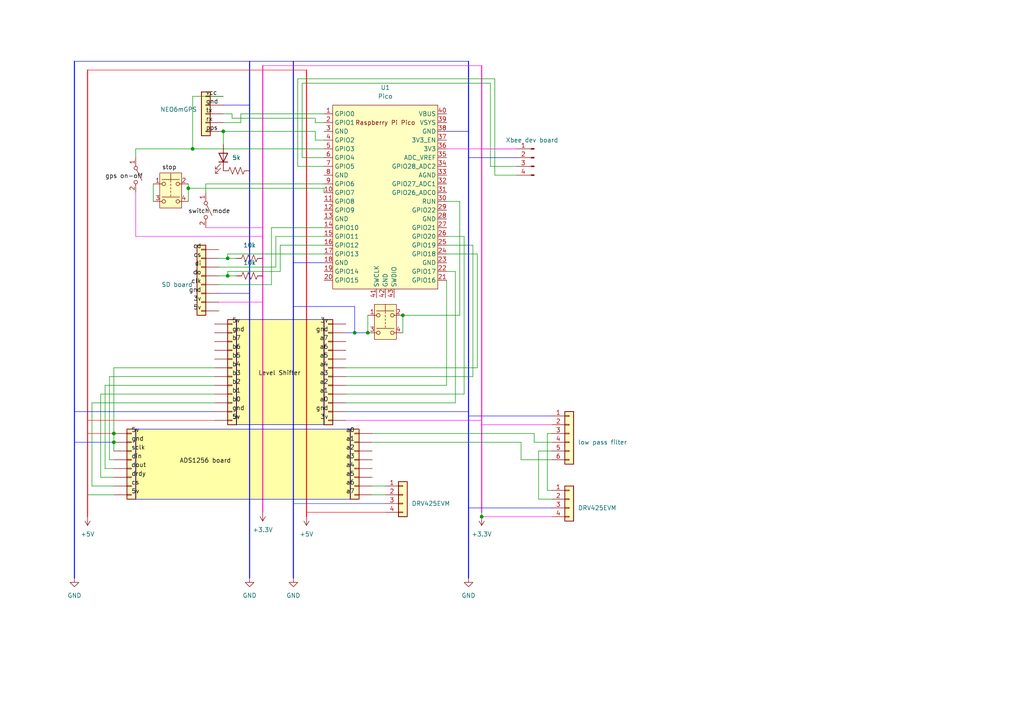
<source format=kicad_sch>
(kicad_sch (version 20231120) (generator "eeschema") (generator_version "8.0")
  (paper "A4")
  (lib_symbols
    (symbol "Conn_01x08_1" (pin_numbers hide) (pin_names (offset 1.016) hide)
      (property "Reference" "J" (at 0 10.16 0))
      (property "Value" "Conn_01x08" (at 0 -12.7 0))
      (symbol "Conn_01x08_1_1_1"
        (rectangle (start -1.27 -10.033) (end 0 -10.287) (stroke (width 0.1524)))
        (rectangle (start -1.27 -7.493) (end 0 -7.747) (stroke (width 0.1524)))
        (rectangle (start -1.27 -4.953) (end 0 -5.207) (stroke (width 0.1524)))
        (rectangle (start -1.27 -2.413) (end 0 -2.667) (stroke (width 0.1524)))
        (rectangle (start -1.27 0.127) (end 0 -0.127) (stroke (width 0.1524)))
        (rectangle (start -1.27 2.667) (end 0 2.413) (stroke (width 0.1524)))
        (rectangle (start -1.27 5.207) (end 0 4.953) (stroke (width 0.1524)))
        (rectangle (start -1.27 7.747) (end 0 7.493) (stroke (width 0.1524)))
        (rectangle (start -1.27 8.89) (end 1.27 -11.43) (stroke (width 0.254)) (fill (type background)))
        (pin passive line (at -5.08 7.62 0) (length 3.81) (name "Pin_1") (number "1"))
        (pin passive line (at -5.08 5.08 0) (length 3.81) (name "Pin_2") (number "2"))
        (pin passive line (at -5.08 2.54 0) (length 3.81) (name "Pin_3") (number "3"))
        (pin passive line (at -5.08 0 0) (length 3.81) (name "Pin_4") (number "4"))
        (pin passive line (at -5.08 -2.54 0) (length 3.81) (name "Pin_5") (number "5"))
        (pin passive line (at -5.08 -5.08 0) (length 3.81) (name "Pin_6") (number "6"))
        (pin passive line (at -5.08 -7.62 0) (length 3.81) (name "Pin_7") (number "7"))
        (pin passive line (at -5.08 -10.16 0) (length 3.81) (name "Pin_8") (number "8"))
      )
    )
    (symbol "Conn_01x12_1" (pin_numbers hide) (pin_names (offset 1.016) hide)
      (property "Reference" "J" (at 0 15.24 0))
      (property "Value" "Conn_01x12" (at 0 -17.78 0))
      (symbol "Conn_01x12_1_1_1"
        (rectangle (start -1.27 -15.113) (end 0 -15.367) (stroke (width 0.1524)))
        (rectangle (start -1.27 -12.573) (end 0 -12.827) (stroke (width 0.1524)))
        (rectangle (start -1.27 -10.033) (end 0 -10.287) (stroke (width 0.1524)))
        (rectangle (start -1.27 -7.493) (end 0 -7.747) (stroke (width 0.1524)))
        (rectangle (start -1.27 -4.953) (end 0 -5.207) (stroke (width 0.1524)))
        (rectangle (start -1.27 -2.413) (end 0 -2.667) (stroke (width 0.1524)))
        (rectangle (start -1.27 0.127) (end 0 -0.127) (stroke (width 0.1524)))
        (rectangle (start -1.27 2.667) (end 0 2.413) (stroke (width 0.1524)))
        (rectangle (start -1.27 5.207) (end 0 4.953) (stroke (width 0.1524)))
        (rectangle (start -1.27 7.747) (end 0 7.493) (stroke (width 0.1524)))
        (rectangle (start -1.27 10.287) (end 0 10.033) (stroke (width 0.1524)))
        (rectangle (start -1.27 12.827) (end 0 12.573) (stroke (width 0.1524)))
        (rectangle (start -1.27 13.97) (end 1.27 -16.51) (stroke (width 0.254)) (fill (type background)))
        (pin passive line (at -5.08 12.7 0) (length 3.81) (name "Pin_1") (number "1"))
        (pin passive line (at -5.08 -10.16 0) (length 3.81) (name "Pin_10") (number "10"))
        (pin passive line (at -5.08 -12.7 0) (length 3.81) (name "Pin_11") (number "11"))
        (pin passive line (at -5.08 -15.24 0) (length 3.81) (name "Pin_12") (number "12"))
        (pin passive line (at -5.08 10.16 0) (length 3.81) (name "Pin_2") (number "2"))
        (pin passive line (at -5.08 7.62 0) (length 3.81) (name "Pin_3") (number "3"))
        (pin passive line (at -5.08 5.08 0) (length 3.81) (name "Pin_4") (number "4"))
        (pin passive line (at -5.08 2.54 0) (length 3.81) (name "Pin_5") (number "5"))
        (pin passive line (at -5.08 0 0) (length 3.81) (name "Pin_6") (number "6"))
        (pin passive line (at -5.08 -2.54 0) (length 3.81) (name "Pin_7") (number "7"))
        (pin passive line (at -5.08 -5.08 0) (length 3.81) (name "Pin_8") (number "8"))
        (pin passive line (at -5.08 -7.62 0) (length 3.81) (name "Pin_9") (number "9"))
      )
    )
    (symbol "Connector:Conn_01x04_Pin" (pin_names (offset 1.016) hide)
      (property "Reference" "J" (at 0 5.08 0))
      (property "Value" "Conn_01x04_Pin" (at 0 -7.62 0))
      (symbol "Conn_01x04_Pin_1_1"
        (polyline (pts (xy 1.27 -5.08) (xy 0.8636 -5.08)) (stroke (width 0.1524)))
        (polyline (pts (xy 1.27 -2.54) (xy 0.8636 -2.54)) (stroke (width 0.1524)))
        (polyline (pts (xy 1.27 0) (xy 0.8636 0)) (stroke (width 0.1524)))
        (polyline (pts (xy 1.27 2.54) (xy 0.8636 2.54)) (stroke (width 0.1524)))
        (rectangle (start 0.8636 -4.953) (end 0 -5.207) (stroke (width 0.1524)) (fill (type outline)))
        (rectangle (start 0.8636 -2.413) (end 0 -2.667) (stroke (width 0.1524)) (fill (type outline)))
        (rectangle (start 0.8636 0.127) (end 0 -0.127) (stroke (width 0.1524)) (fill (type outline)))
        (rectangle (start 0.8636 2.667) (end 0 2.413) (stroke (width 0.1524)) (fill (type outline)))
        (pin passive line (at 5.08 2.54 180) (length 3.81) (name "Pin_1") (number "1"))
        (pin passive line (at 5.08 0 180) (length 3.81) (name "Pin_2") (number "2"))
        (pin passive line (at 5.08 -2.54 180) (length 3.81) (name "Pin_3") (number "3"))
        (pin passive line (at 5.08 -5.08 180) (length 3.81) (name "Pin_4") (number "4"))
      )
    )
    (symbol "Connector_Generic:Conn_01x04" (pin_names (offset 1.016) hide)
      (property "Reference" "J" (at 0 5.08 0))
      (property "Value" "Conn_01x04" (at 0 -7.62 0))
      (symbol "Conn_01x04_1_1"
        (rectangle (start -1.27 -4.953) (end 0 -5.207) (stroke (width 0.1524)))
        (rectangle (start -1.27 -2.413) (end 0 -2.667) (stroke (width 0.1524)))
        (rectangle (start -1.27 0.127) (end 0 -0.127) (stroke (width 0.1524)))
        (rectangle (start -1.27 2.667) (end 0 2.413) (stroke (width 0.1524)))
        (rectangle (start -1.27 3.81) (end 1.27 -6.35) (stroke (width 0.254)) (fill (type background)))
        (pin passive line (at -5.08 2.54 0) (length 3.81) (name "Pin_1") (number "1"))
        (pin passive line (at -5.08 0 0) (length 3.81) (name "Pin_2") (number "2"))
        (pin passive line (at -5.08 -2.54 0) (length 3.81) (name "Pin_3") (number "3"))
        (pin passive line (at -5.08 -5.08 0) (length 3.81) (name "Pin_4") (number "4"))
      )
    )
    (symbol "Connector_Generic:Conn_01x05" (pin_numbers hide) (pin_names (offset 1.016) hide)
      (property "Reference" "J" (at 0 7.62 0))
      (property "Value" "Conn_01x05" (at 0 -7.62 0))
      (symbol "Conn_01x05_1_1"
        (rectangle (start -1.27 -4.953) (end 0 -5.207) (stroke (width 0.1524)))
        (rectangle (start -1.27 -2.413) (end 0 -2.667) (stroke (width 0.1524)))
        (rectangle (start -1.27 0.127) (end 0 -0.127) (stroke (width 0.1524)))
        (rectangle (start -1.27 2.667) (end 0 2.413) (stroke (width 0.1524)))
        (rectangle (start -1.27 5.207) (end 0 4.953) (stroke (width 0.1524)))
        (rectangle (start -1.27 6.35) (end 1.27 -6.35) (stroke (width 0.254)) (fill (type background)))
        (pin passive line (at -5.08 5.08 0) (length 3.81) (name "Pin_1") (number "1"))
        (pin passive line (at -5.08 2.54 0) (length 3.81) (name "Pin_2") (number "2"))
        (pin passive line (at -5.08 0 0) (length 3.81) (name "Pin_3") (number "3"))
        (pin passive line (at -5.08 -2.54 0) (length 3.81) (name "Pin_4") (number "4"))
        (pin passive line (at -5.08 -5.08 0) (length 3.81) (name "Pin_5") (number "5"))
      )
    )
    (symbol "Connector_Generic:Conn_01x06" (pin_names (offset 1.016) hide)
      (property "Reference" "J" (at 0 7.62 0))
      (property "Value" "Conn_01x06" (at 0 -10.16 0))
      (symbol "Conn_01x06_1_1"
        (rectangle (start -1.27 -7.493) (end 0 -7.747) (stroke (width 0.1524)))
        (rectangle (start -1.27 -4.953) (end 0 -5.207) (stroke (width 0.1524)))
        (rectangle (start -1.27 -2.413) (end 0 -2.667) (stroke (width 0.1524)))
        (rectangle (start -1.27 0.127) (end 0 -0.127) (stroke (width 0.1524)))
        (rectangle (start -1.27 2.667) (end 0 2.413) (stroke (width 0.1524)))
        (rectangle (start -1.27 5.207) (end 0 4.953) (stroke (width 0.1524)))
        (rectangle (start -1.27 6.35) (end 1.27 -8.89) (stroke (width 0.254)) (fill (type background)))
        (pin passive line (at -5.08 5.08 0) (length 3.81) (name "Pin_1") (number "1"))
        (pin passive line (at -5.08 2.54 0) (length 3.81) (name "Pin_2") (number "2"))
        (pin passive line (at -5.08 0 0) (length 3.81) (name "Pin_3") (number "3"))
        (pin passive line (at -5.08 -2.54 0) (length 3.81) (name "Pin_4") (number "4"))
        (pin passive line (at -5.08 -5.08 0) (length 3.81) (name "Pin_5") (number "5"))
        (pin passive line (at -5.08 -7.62 0) (length 3.81) (name "Pin_6") (number "6"))
      )
    )
    (symbol "Connector_Generic:Conn_01x08" (pin_numbers hide) (pin_names (offset 1.016) hide)
      (property "Reference" "J" (at 0 10.16 0))
      (property "Value" "Conn_01x08" (at 0 -12.7 0))
      (symbol "Conn_01x08_1_1"
        (rectangle (start -1.27 -10.033) (end 0 -10.287) (stroke (width 0.1524)))
        (rectangle (start -1.27 -7.493) (end 0 -7.747) (stroke (width 0.1524)))
        (rectangle (start -1.27 -4.953) (end 0 -5.207) (stroke (width 0.1524)))
        (rectangle (start -1.27 -2.413) (end 0 -2.667) (stroke (width 0.1524)))
        (rectangle (start -1.27 0.127) (end 0 -0.127) (stroke (width 0.1524)))
        (rectangle (start -1.27 2.667) (end 0 2.413) (stroke (width 0.1524)))
        (rectangle (start -1.27 5.207) (end 0 4.953) (stroke (width 0.1524)))
        (rectangle (start -1.27 7.747) (end 0 7.493) (stroke (width 0.1524)))
        (rectangle (start -1.27 8.89) (end 1.27 -11.43) (stroke (width 0.254)) (fill (type background)))
        (pin passive line (at -5.08 7.62 0) (length 3.81) (name "Pin_1") (number "1"))
        (pin passive line (at -5.08 5.08 0) (length 3.81) (name "Pin_2") (number "2"))
        (pin passive line (at -5.08 2.54 0) (length 3.81) (name "Pin_3") (number "3"))
        (pin passive line (at -5.08 0 0) (length 3.81) (name "Pin_4") (number "4"))
        (pin passive line (at -5.08 -2.54 0) (length 3.81) (name "Pin_5") (number "5"))
        (pin passive line (at -5.08 -5.08 0) (length 3.81) (name "Pin_6") (number "6"))
        (pin passive line (at -5.08 -7.62 0) (length 3.81) (name "Pin_7") (number "7"))
        (pin passive line (at -5.08 -10.16 0) (length 3.81) (name "Pin_8") (number "8"))
      )
    )
    (symbol "Connector_Generic:Conn_01x12" (pin_numbers hide) (pin_names (offset 1.016) hide)
      (property "Reference" "J" (at 0 15.24 0))
      (property "Value" "Conn_01x12" (at 0 -17.78 0))
      (symbol "Conn_01x12_1_1"
        (rectangle (start -1.27 -15.113) (end 0 -15.367) (stroke (width 0.1524)))
        (rectangle (start -1.27 -12.573) (end 0 -12.827) (stroke (width 0.1524)))
        (rectangle (start -1.27 -10.033) (end 0 -10.287) (stroke (width 0.1524)))
        (rectangle (start -1.27 -7.493) (end 0 -7.747) (stroke (width 0.1524)))
        (rectangle (start -1.27 -4.953) (end 0 -5.207) (stroke (width 0.1524)))
        (rectangle (start -1.27 -2.413) (end 0 -2.667) (stroke (width 0.1524)))
        (rectangle (start -1.27 0.127) (end 0 -0.127) (stroke (width 0.1524)))
        (rectangle (start -1.27 2.667) (end 0 2.413) (stroke (width 0.1524)))
        (rectangle (start -1.27 5.207) (end 0 4.953) (stroke (width 0.1524)))
        (rectangle (start -1.27 7.747) (end 0 7.493) (stroke (width 0.1524)))
        (rectangle (start -1.27 10.287) (end 0 10.033) (stroke (width 0.1524)))
        (rectangle (start -1.27 12.827) (end 0 12.573) (stroke (width 0.1524)))
        (rectangle (start -1.27 13.97) (end 1.27 -16.51) (stroke (width 0.254)) (fill (type background)))
        (pin passive line (at -5.08 12.7 0) (length 3.81) (name "Pin_1") (number "1"))
        (pin passive line (at -5.08 -10.16 0) (length 3.81) (name "Pin_10") (number "10"))
        (pin passive line (at -5.08 -12.7 0) (length 3.81) (name "Pin_11") (number "11"))
        (pin passive line (at -5.08 -15.24 0) (length 3.81) (name "Pin_12") (number "12"))
        (pin passive line (at -5.08 10.16 0) (length 3.81) (name "Pin_2") (number "2"))
        (pin passive line (at -5.08 7.62 0) (length 3.81) (name "Pin_3") (number "3"))
        (pin passive line (at -5.08 5.08 0) (length 3.81) (name "Pin_4") (number "4"))
        (pin passive line (at -5.08 2.54 0) (length 3.81) (name "Pin_5") (number "5"))
        (pin passive line (at -5.08 0 0) (length 3.81) (name "Pin_6") (number "6"))
        (pin passive line (at -5.08 -2.54 0) (length 3.81) (name "Pin_7") (number "7"))
        (pin passive line (at -5.08 -5.08 0) (length 3.81) (name "Pin_8") (number "8"))
        (pin passive line (at -5.08 -7.62 0) (length 3.81) (name "Pin_9") (number "9"))
      )
    )
    (symbol "Device:LED" (pin_numbers hide) (pin_names (offset 1.016) hide)
      (property "Reference" "D" (at 0 2.54 0))
      (property "Value" "LED" (at 0 -2.54 0))
      (symbol "LED_0_1"
        (polyline (pts (xy -1.27 -1.27) (xy -1.27 1.27)) (stroke (width 0.254)))
        (polyline (pts (xy -1.27 0) (xy 1.27 0)))
        (polyline (pts (xy 1.27 -1.27) (xy 1.27 1.27) (xy -1.27 0) (xy 1.27 -1.27)) (stroke (width 0.254)))
        (polyline (pts (xy -3.048 -0.762) (xy -4.572 -2.286) (xy -3.81 -2.286) (xy -4.572 -2.286) (xy -4.572 -1.524)))
        (polyline (pts (xy -1.778 -0.762) (xy -3.302 -2.286) (xy -2.54 -2.286) (xy -3.302 -2.286) (xy -3.302 -1.524)))
      )
      (symbol "LED_1_1"
        (pin passive line (at -3.81 0 0) (length 2.54) (name "K") (number "1"))
        (pin passive line (at 3.81 0 180) (length 2.54) (name "A") (number "2"))
      )
    )
    (symbol "Device:R_US" (pin_numbers hide) (pin_names (offset 0))
      (property "Reference" "R" (at 2.54 0 90))
      (property "Value" "R_US" (at -2.54 0 90))
      (symbol "R_US_0_1"
        (polyline (pts (xy 0 -2.286) (xy 0 -2.54)))
        (polyline (pts (xy 0 2.286) (xy 0 2.54)))
        (polyline (pts (xy 0 -0.762) (xy 1.016 -1.143) (xy 0 -1.524) (xy -1.016 -1.905) (xy 0 -2.286)))
        (polyline (pts (xy 0 0.762) (xy 1.016 0.381) (xy 0 0) (xy -1.016 -0.381) (xy 0 -0.762)))
        (polyline (pts (xy 0 2.286) (xy 1.016 1.905) (xy 0 1.524) (xy -1.016 1.143) (xy 0 0.762)))
      )
      (symbol "R_US_1_1"
        (pin passive line (at 0 3.81 270) (length 1.27) (name "~") (number "1"))
        (pin passive line (at 0 -3.81 90) (length 1.27) (name "~") (number "2"))
      )
    )
    (symbol "Switch:SW_DPST_x2" (pin_names (offset 0) hide)
      (property "Reference" "SW" (at 0 3.175 0))
      (property "Value" "SW_DPST_x2" (at 0 -2.54 0))
      (symbol "SW_DPST_x2_0_0"
        (circle (center -2.032 0) (radius 0.508))
        (polyline (pts (xy -1.524 0.254) (xy 1.524 1.778)))
        (circle (center 2.032 0) (radius 0.508))
      )
      (symbol "SW_DPST_x2_1_1"
        (pin passive line (at -5.08 0 0) (length 2.54) (name "A") (number "1"))
        (pin passive line (at 5.08 0 180) (length 2.54) (name "B") (number "2"))
      )
      (symbol "SW_DPST_x2_2_1"
        (pin passive line (at -5.08 0 0) (length 2.54) (name "A") (number "3"))
        (pin passive line (at 5.08 0 180) (length 2.54) (name "B") (number "4"))
      )
    )
    (symbol "Switch:SW_Push_Dual" (pin_names (offset 1.016) hide)
      (property "Reference" "SW" (at 0 7.62 0))
      (property "Value" "SW_Push_Dual" (at 0 -6.35 0))
      (symbol "SW_Push_Dual_0_1"
        (circle (center -2.032 -2.54) (radius 0.508))
        (circle (center -2.032 2.54) (radius 0.508))
        (polyline (pts (xy 0 -0.508) (xy 0 -1.016)))
        (polyline (pts (xy 0 0.508) (xy 0 0)))
        (polyline (pts (xy 0 1.016) (xy 0 1.524)))
        (polyline (pts (xy 0 2.032) (xy 0 2.54)))
        (polyline (pts (xy 0 3.048) (xy 0 3.556)))
        (polyline (pts (xy 0 3.81) (xy 0 5.588)))
        (polyline (pts (xy 2.54 -1.27) (xy -2.54 -1.27)))
        (polyline (pts (xy 2.54 3.81) (xy -2.54 3.81)))
        (circle (center 2.032 -2.54) (radius 0.508))
        (circle (center 2.032 2.54) (radius 0.508))
        (pin passive line (at -5.08 2.54 0) (length 2.54) (name "1") (number "1"))
        (pin passive line (at 5.08 2.54 180) (length 2.54) (name "2") (number "2"))
        (pin passive line (at -5.08 -2.54 0) (length 2.54) (name "3") (number "3"))
        (pin passive line (at 5.08 -2.54 180) (length 2.54) (name "4") (number "4"))
      )
      (symbol "SW_Push_Dual_1_1"
        (rectangle (start -3.175 5.715) (end 3.175 -4.445) (fill (type background)))
      )
    )
    (symbol "pico:Pico"
      (property "Reference" "U" (at -13.97 27.94 0))
      (property "Value" "Pico" (at 0 19.05 0))
      (symbol "Pico_0_0"
        (text "Raspberry Pi Pico" (at 0 21.59 0) (effects (font (size 1.27 1.27))))
      )
      (symbol "Pico_0_1"
        (rectangle (start -15.24 26.67) (end 15.24 -26.67) (fill (type background)))
      )
      (symbol "Pico_1_1"
        (pin bidirectional line (at -17.78 24.13 0) (length 2.54) (name "GPIO0") (number "1"))
        (pin bidirectional line (at -17.78 1.27 0) (length 2.54) (name "GPIO7") (number "10"))
        (pin bidirectional line (at -17.78 -1.27 0) (length 2.54) (name "GPIO8") (number "11"))
        (pin bidirectional line (at -17.78 -3.81 0) (length 2.54) (name "GPIO9") (number "12"))
        (pin power_in line (at -17.78 -6.35 0) (length 2.54) (name "GND") (number "13"))
        (pin bidirectional line (at -17.78 -8.89 0) (length 2.54) (name "GPIO10") (number "14"))
        (pin bidirectional line (at -17.78 -11.43 0) (length 2.54) (name "GPIO11") (number "15"))
        (pin bidirectional line (at -17.78 -13.97 0) (length 2.54) (name "GPIO12") (number "16"))
        (pin bidirectional line (at -17.78 -16.51 0) (length 2.54) (name "GPIO13") (number "17"))
        (pin power_in line (at -17.78 -19.05 0) (length 2.54) (name "GND") (number "18"))
        (pin bidirectional line (at -17.78 -21.59 0) (length 2.54) (name "GPIO14") (number "19"))
        (pin bidirectional line (at -17.78 21.59 0) (length 2.54) (name "GPIO1") (number "2"))
        (pin bidirectional line (at -17.78 -24.13 0) (length 2.54) (name "GPIO15") (number "20"))
        (pin bidirectional line (at 17.78 -24.13 180) (length 2.54) (name "GPIO16") (number "21"))
        (pin bidirectional line (at 17.78 -21.59 180) (length 2.54) (name "GPIO17") (number "22"))
        (pin power_in line (at 17.78 -19.05 180) (length 2.54) (name "GND") (number "23"))
        (pin bidirectional line (at 17.78 -16.51 180) (length 2.54) (name "GPIO18") (number "24"))
        (pin bidirectional line (at 17.78 -13.97 180) (length 2.54) (name "GPIO19") (number "25"))
        (pin bidirectional line (at 17.78 -11.43 180) (length 2.54) (name "GPIO20") (number "26"))
        (pin bidirectional line (at 17.78 -8.89 180) (length 2.54) (name "GPIO21") (number "27"))
        (pin power_in line (at 17.78 -6.35 180) (length 2.54) (name "GND") (number "28"))
        (pin bidirectional line (at 17.78 -3.81 180) (length 2.54) (name "GPIO22") (number "29"))
        (pin power_in line (at -17.78 19.05 0) (length 2.54) (name "GND") (number "3"))
        (pin input line (at 17.78 -1.27 180) (length 2.54) (name "RUN") (number "30"))
        (pin bidirectional line (at 17.78 1.27 180) (length 2.54) (name "GPIO26_ADC0") (number "31"))
        (pin bidirectional line (at 17.78 3.81 180) (length 2.54) (name "GPIO27_ADC1") (number "32"))
        (pin power_in line (at 17.78 6.35 180) (length 2.54) (name "AGND") (number "33"))
        (pin bidirectional line (at 17.78 8.89 180) (length 2.54) (name "GPIO28_ADC2") (number "34"))
        (pin power_in line (at 17.78 11.43 180) (length 2.54) (name "ADC_VREF") (number "35"))
        (pin power_in line (at 17.78 13.97 180) (length 2.54) (name "3V3") (number "36"))
        (pin input line (at 17.78 16.51 180) (length 2.54) (name "3V3_EN") (number "37"))
        (pin bidirectional line (at 17.78 19.05 180) (length 2.54) (name "GND") (number "38"))
        (pin power_in line (at 17.78 21.59 180) (length 2.54) (name "VSYS") (number "39"))
        (pin bidirectional line (at -17.78 16.51 0) (length 2.54) (name "GPIO2") (number "4"))
        (pin power_in line (at 17.78 24.13 180) (length 2.54) (name "VBUS") (number "40"))
        (pin input line (at -2.54 -29.21 90) (length 2.54) (name "SWCLK") (number "41"))
        (pin power_in line (at 0 -29.21 90) (length 2.54) (name "GND") (number "42"))
        (pin bidirectional line (at 2.54 -29.21 90) (length 2.54) (name "SWDIO") (number "43"))
        (pin bidirectional line (at -17.78 13.97 0) (length 2.54) (name "GPIO3") (number "5"))
        (pin bidirectional line (at -17.78 11.43 0) (length 2.54) (name "GPIO4") (number "6"))
        (pin bidirectional line (at -17.78 8.89 0) (length 2.54) (name "GPIO5") (number "7"))
        (pin power_in line (at -17.78 6.35 0) (length 2.54) (name "GND") (number "8"))
        (pin bidirectional line (at -17.78 3.81 0) (length 2.54) (name "GPIO6") (number "9"))
      )
    )
    (symbol "power:+5V" (power) (pin_numbers hide) (pin_names (offset 0) hide)
      (property "Value" "+5V" (at 0 3.556 0))
      (symbol "+5V_0_1"
        (polyline (pts (xy -0.762 1.27) (xy 0 2.54)))
        (polyline (pts (xy 0 0) (xy 0 2.54)))
        (polyline (pts (xy 0 2.54) (xy 0.762 1.27)))
      )
      (symbol "+5V_1_1"
        (pin power_in line (at 0 0 90) (length 0) (name "~") (number "1"))
      )
    )
    (symbol "power:GND" (power) (pin_numbers hide) (pin_names (offset 0) hide)
      (property "Value" "GND" (at 0 -3.81 0))
      (symbol "GND_0_1"
        (polyline (pts (xy 0 0) (xy 0 -1.27) (xy 1.27 -1.27) (xy 0 -2.54) (xy -1.27 -1.27) (xy 0 -1.27)))
      )
      (symbol "GND_1_1"
        (pin power_in line (at 0 0 270) (length 0) (name "~") (number "1"))
      )
    )
  )
  (junction (at 55.88 43.18))
  (junction (at 64.77 38.1))
  (junction (at 54.61 54.61))
  (junction (at 106.68 96.52))
  (junction (at 66.04 80.01))
  (junction (at 139.7 149.86))
  (junction (at 102.87 96.52))
  (junction (at 33.02 128.27))
  (junction (at 116.84 91.44))
  (junction (at 66.04 74.93))
  (junction (at 33.02 125.73))
  (wire (pts (xy 63.5 87.63) (xy 76.2 87.63)) (stroke (width 0) (color 255 22 236 1)))
  (wire (pts (xy 69.85 33.02) (xy 93.98 33.02)))
  (wire (pts (xy 25.4 143.51) (xy 33.02 143.51)))
  (wire (pts (xy 55.88 43.18) (xy 55.88 27.94)))
  (wire (pts (xy 86.36 48.26) (xy 93.98 48.26)))
  (wire (pts (xy 100.33 96.52) (xy 102.87 96.52)) (stroke (width 0) (color 14 20 255 1)))
  (wire (pts (xy 25.4 121.92) (xy 62.23 121.92)) (stroke (width 0) (color 255 24 31 1)))
  (wire (pts (xy 91.44 40.64) (xy 93.98 40.64)))
  (wire (pts (xy 33.02 106.68) (xy 62.23 106.68)))
  (wire (pts (xy 132.08 116.84) (xy 132.08 78.74)))
  (wire (pts (xy 85.09 146.05) (xy 111.76 146.05)) (stroke (width 0) (color 18 52 255 1)))
  (wire (pts (xy 135.89 120.65) (xy 160.02 120.65)) (stroke (width 0) (color 28 19 255 1)))
  (wire (pts (xy 21.59 17.78) (xy 135.89 17.78)) (stroke (width 0) (color 23 17 255 1)))
  (wire (pts (xy 39.37 68.58) (xy 76.2 68.58)) (stroke (width 0) (color 255 11 244 1)))
  (wire (pts (xy 64.77 30.48) (xy 72.39 30.48)) (stroke (width 0) (color 12 14 255 1)))
  (wire (pts (xy 154.94 128.27) (xy 160.02 128.27)))
  (wire (pts (xy 78.74 66.04) (xy 93.98 66.04)))
  (wire (pts (xy 138.43 73.66) (xy 138.43 106.68)))
  (wire (pts (xy 31.75 133.35) (xy 31.75 109.22)))
  (wire (pts (xy 137.16 109.22) (xy 137.16 71.12)))
  (wire (pts (xy 39.37 55.88) (xy 39.37 68.58)) (stroke (width 0) (color 255 11 255 1)))
  (wire (pts (xy 142.24 24.13) (xy 87.63 24.13)))
  (wire (pts (xy 91.44 35.56) (xy 93.98 35.56)))
  (bus (pts (xy 21.59 17.78) (xy 21.59 167.64)) (stroke (width 0) (color 15 20 255 1)))
  (bus (pts (xy 135.89 17.78) (xy 135.89 167.64)) (stroke (width 0) (color 15 20 255 1)))
  (wire (pts (xy 133.35 58.42) (xy 133.35 91.44)))
  (wire (pts (xy 66.04 80.01) (xy 66.04 78.74)))
  (wire (pts (xy 139.7 148.59) (xy 139.7 149.86)))
  (wire (pts (xy 134.62 68.58) (xy 129.54 68.58)))
  (wire (pts (xy 133.35 91.44) (xy 116.84 91.44)))
  (bus (pts (xy 72.39 17.78) (xy 72.39 167.64)) (stroke (width 0) (color 15 20 255 1)))
  (wire (pts (xy 158.75 125.73) (xy 160.02 125.73)))
  (wire (pts (xy 151.13 128.27) (xy 151.13 133.35)))
  (wire (pts (xy 142.24 48.26) (xy 142.24 24.13)))
  (wire (pts (xy 30.48 135.89) (xy 30.48 111.76)))
  (wire (pts (xy 143.51 22.86) (xy 86.36 22.86)))
  (wire (pts (xy 129.54 38.1) (xy 135.89 38.1)) (stroke (width 0) (color 2 6 255 1)))
  (wire (pts (xy 93.98 54.61) (xy 93.98 55.88)))
  (wire (pts (xy 91.44 38.1) (xy 91.44 40.64)))
  (bus (pts (xy 85.09 17.78) (xy 85.09 167.64)) (stroke (width 0) (color 15 20 255 1)))
  (wire (pts (xy 63.5 85.09) (xy 72.39 85.09)) (stroke (width 0) (color 31 30 255 1)))
  (wire (pts (xy 86.36 22.86) (xy 86.36 48.26)))
  (wire (pts (xy 87.63 24.13) (xy 87.63 45.72)))
  (wire (pts (xy 26.67 116.84) (xy 62.23 116.84)))
  (wire (pts (xy 80.01 68.58) (xy 80.01 77.47)))
  (wire (pts (xy 132.08 78.74) (xy 129.54 78.74)))
  (wire (pts (xy 55.88 27.94) (xy 64.77 27.94)))
  (wire (pts (xy 156.21 144.78) (xy 156.21 130.81)))
  (wire (pts (xy 154.94 125.73) (xy 154.94 128.27)))
  (wire (pts (xy 107.95 128.27) (xy 151.13 128.27)))
  (wire (pts (xy 33.02 138.43) (xy 29.21 138.43)))
  (wire (pts (xy 107.95 140.97) (xy 111.76 140.97)))
  (wire (pts (xy 81.28 71.12) (xy 81.28 78.74)))
  (wire (pts (xy 143.51 50.8) (xy 143.51 22.86)))
  (wire (pts (xy 93.98 68.58) (xy 80.01 68.58)))
  (wire (pts (xy 134.62 114.3) (xy 134.62 68.58)))
  (wire (pts (xy 135.89 45.72) (xy 149.86 45.72)) (stroke (width 0) (color 11 15 255 1)))
  (wire (pts (xy 54.61 54.61) (xy 54.61 58.42)))
  (wire (pts (xy 107.95 143.51) (xy 111.76 143.51)))
  (wire (pts (xy 21.59 119.38) (xy 62.23 119.38)) (stroke (width 0) (color 20 10 255 1)))
  (wire (pts (xy 29.21 138.43) (xy 29.21 114.3)))
  (wire (pts (xy 102.87 96.52) (xy 102.87 88.9)) (stroke (width 0) (color 14 20 255 1)))
  (wire (pts (xy 81.28 71.12) (xy 93.98 71.12)))
  (wire (pts (xy 156.21 130.81) (xy 160.02 130.81)))
  (wire (pts (xy 59.69 55.88) (xy 59.69 53.34)))
  (bus (pts (xy 88.9 20.32) (xy 88.9 149.86)) (stroke (width 0) (color 255 18 27 1)))
  (wire (pts (xy 100.33 111.76) (xy 129.54 111.76)))
  (wire (pts (xy 67.31 33.02) (xy 67.31 34.29)))
  (wire (pts (xy 68.58 74.93) (xy 66.04 74.93)))
  (wire (pts (xy 135.89 147.32) (xy 160.02 147.32)) (stroke (width 0) (color 17 22 255 1)))
  (wire (pts (xy 64.77 33.02) (xy 67.31 33.02)))
  (wire (pts (xy 102.87 96.52) (xy 106.68 96.52)) (stroke (width 0) (color 14 20 255 1)))
  (wire (pts (xy 26.67 140.97) (xy 26.67 116.84)))
  (wire (pts (xy 54.61 53.34) (xy 54.61 54.61)))
  (wire (pts (xy 149.86 50.8) (xy 143.51 50.8)))
  (wire (pts (xy 59.69 53.34) (xy 93.98 53.34)))
  (wire (pts (xy 160.02 144.78) (xy 156.21 144.78)))
  (wire (pts (xy 85.09 88.9) (xy 102.87 88.9)) (stroke (width 0) (color 14 20 255 1)))
  (wire (pts (xy 85.09 76.2) (xy 93.98 76.2)) (stroke (width 0) (color 12 18 255 1)))
  (wire (pts (xy 158.75 142.24) (xy 158.75 125.73)))
  (wire (pts (xy 66.04 80.01) (xy 68.58 80.01)))
  (bus (pts (xy 25.4 20.32) (xy 25.4 149.86)) (stroke (width 0) (color 255 18 27 1)))
  (wire (pts (xy 129.54 43.18) (xy 149.86 43.18)) (stroke (width 0) (color 255 21 213 1)))
  (wire (pts (xy 76.2 19.05) (xy 139.7 19.05)) (stroke (width 0) (color 255 31 203 1)))
  (wire (pts (xy 33.02 128.27) (xy 33.02 125.73)))
  (wire (pts (xy 100.33 114.3) (xy 134.62 114.3)))
  (wire (pts (xy 25.4 20.32) (xy 88.9 20.32)) (stroke (width 0) (color 255 18 31 1)))
  (wire (pts (xy 67.31 34.29) (xy 91.44 34.29)))
  (wire (pts (xy 129.54 111.76) (xy 129.54 81.28)))
  (wire (pts (xy 149.86 48.26) (xy 142.24 48.26)))
  (wire (pts (xy 54.61 54.61) (xy 93.98 54.61)))
  (bus (pts (xy 139.7 19.05) (xy 139.7 148.59)) (stroke (width 0) (color 255 17 194 1)))
  (wire (pts (xy 39.37 45.72) (xy 39.37 43.18)))
  (wire (pts (xy 63.5 74.93) (xy 66.04 74.93)))
  (wire (pts (xy 66.04 74.93) (xy 66.04 73.66)))
  (wire (pts (xy 33.02 133.35) (xy 31.75 133.35)))
  (wire (pts (xy 151.13 133.35) (xy 160.02 133.35)))
  (wire (pts (xy 59.69 66.04) (xy 76.2 66.04)) (stroke (width 0) (color 250 28 255 1)))
  (wire (pts (xy 91.44 34.29) (xy 91.44 35.56)))
  (wire (pts (xy 33.02 135.89) (xy 30.48 135.89)))
  (wire (pts (xy 64.77 38.1) (xy 91.44 38.1)))
  (wire (pts (xy 64.77 41.91) (xy 64.77 38.1)))
  (wire (pts (xy 44.45 53.34) (xy 44.45 58.42)))
  (wire (pts (xy 80.01 77.47) (xy 63.5 77.47)))
  (wire (pts (xy 63.5 82.55) (xy 78.74 82.55)))
  (wire (pts (xy 88.9 148.59) (xy 111.76 148.59)) (stroke (width 0) (color 255 14 18 1)))
  (wire (pts (xy 69.85 35.56) (xy 69.85 33.02)))
  (wire (pts (xy 106.68 91.44) (xy 106.68 96.52)))
  (wire (pts (xy 116.84 91.44) (xy 116.84 96.52)))
  (wire (pts (xy 33.02 125.73) (xy 33.02 106.68)))
  (wire (pts (xy 66.04 73.66) (xy 93.98 73.66)))
  (wire (pts (xy 160.02 149.86) (xy 139.7 149.86)) (stroke (width 0) (color 255 24 239 1)))
  (wire (pts (xy 129.54 73.66) (xy 138.43 73.66)))
  (wire (pts (xy 39.37 43.18) (xy 55.88 43.18)))
  (wire (pts (xy 100.33 116.84) (xy 132.08 116.84)))
  (wire (pts (xy 63.5 80.01) (xy 66.04 80.01)))
  (bus (pts (xy 76.2 19.05) (xy 76.2 148.59)) (stroke (width 0) (color 255 17 194 1)))
  (wire (pts (xy 87.63 45.72) (xy 93.98 45.72)))
  (wire (pts (xy 30.48 111.76) (xy 62.23 111.76)))
  (wire (pts (xy 66.04 78.74) (xy 81.28 78.74)))
  (wire (pts (xy 139.7 43.18) (xy 149.86 43.18)) (stroke (width 0) (color 247 41 255 1)))
  (wire (pts (xy 137.16 71.12) (xy 129.54 71.12)))
  (wire (pts (xy 25.4 125.73) (xy 33.02 125.73)) (stroke (width 0) (color 255 15 31 1)))
  (wire (pts (xy 100.33 121.92) (xy 139.7 121.92)) (stroke (width 0) (color 249 8 255 1)))
  (wire (pts (xy 33.02 130.81) (xy 33.02 128.27)))
  (wire (pts (xy 31.75 109.22) (xy 62.23 109.22)))
  (wire (pts (xy 100.33 109.22) (xy 137.16 109.22)))
  (wire (pts (xy 21.59 128.27) (xy 33.02 128.27)) (stroke (width 0) (color 14 28 255 1)))
  (wire (pts (xy 93.98 43.18) (xy 55.88 43.18)))
  (wire (pts (xy 64.77 35.56) (xy 69.85 35.56)))
  (wire (pts (xy 107.95 125.73) (xy 154.94 125.73)))
  (wire (pts (xy 29.21 114.3) (xy 62.23 114.3)))
  (wire (pts (xy 139.7 123.19) (xy 160.02 123.19)) (stroke (width 0) (color 255 23 235 1)))
  (wire (pts (xy 129.54 58.42) (xy 133.35 58.42)))
  (wire (pts (xy 100.33 119.38) (xy 135.89 119.38)) (stroke (width 0) (color 15 24 255 1)))
  (wire (pts (xy 138.43 106.68) (xy 100.33 106.68)))
  (wire (pts (xy 78.74 82.55) (xy 78.74 66.04)))
  (wire (pts (xy 26.67 140.97) (xy 33.02 140.97)))
  (wire (pts (xy 160.02 142.24) (xy 158.75 142.24)))
  (rectangle (start 68.58 92.71) (end 93.98 123.19) (fill (type color) (color 254 255 166 1)))
  (rectangle (start 39.37 124.46) (end 101.6 144.78) (fill (type color) (color 254 255 166 1)))
  (label "a1" (at 102.87 128.27 180))
  (label "rx" (at 59.69 35.56 0))
  (label "a2" (at 95.25 111.76 180))
  (label "a6" (at 102.87 140.97 180))
  (label "ADS1256 board" (at 52.07 134.62 0))
  (label "gnd" (at 95.25 119.38 180))
  (label "clk" (at 58.42 82.55 180))
  (label "a6" (at 95.25 101.6 180))
  (label "tx" (at 59.69 33.02 0))
  (label "a5" (at 102.87 138.43 180))
  (label "a4" (at 102.87 135.89 180))
  (label "gps on-off" (at 30.48 52.07 0))
  (label "3v" (at 95.25 93.98 180))
  (label "cs" (at 58.42 74.93 180))
  (label "b0" (at 67.31 116.84 0))
  (label "b6" (at 67.31 101.6 0))
  (label "a0" (at 102.87 125.73 180))
  (label "a7" (at 102.87 143.51 180))
  (label "gnd" (at 67.31 96.52 0))
  (label "Level Shifter" (at 74.93 109.22 0))
  (label "switch mode" (at 54.61 62.23 0))
  (label "5v" (at 38.1 125.73 0))
  (label "b7" (at 67.31 99.06 0))
  (label "b2" (at 67.31 111.76 0))
  (label "b1" (at 67.31 114.3 0))
  (label "a0" (at 95.25 116.84 180))
  (label "3v" (at 95.25 121.92 180))
  (label "dout" (at 38.0394 135.89 0))
  (label "a2" (at 102.87 130.81 180))
  (label "din" (at 38.1 133.35 0))
  (label "gnd" (at 38.1 128.27 0))
  (label "cs" (at 38.1 140.97 0))
  (label "a3" (at 95.25 109.22 180))
  (label "5v" (at 58.42 90.17 180))
  (label "a1" (at 95.25 114.3 180))
  (label "b3" (at 67.31 109.22 0))
  (label "a7" (at 95.25 99.06 180))
  (label "gnd" (at 67.31 119.38 0))
  (label "sclk" (at 38.1 130.81 0))
  (label "3v" (at 58.42 87.63 180))
  (label "a3" (at 102.87 133.35 180))
  (label "do" (at 58.42 80.01 180))
  (label "gnd" (at 58.42 85.09 180))
  (label "b4" (at 67.31 106.68 0))
  (label "gnd" (at 59.69 30.48 0))
  (label "5v" (at 67.31 121.92 0))
  (label "di" (at 58.42 77.47 180))
  (label "cd" (at 58.42 72.39 180))
  (label "gnd" (at 95.25 96.52 180))
  (label "drdy" (at 38.1 138.43 0))
  (label "stop" (at 46.99 49.53 0))
  (label "b5" (at 67.31 104.14 0))
  (label "a4" (at 95.25 106.68 180))
  (label "5v" (at 67.31 121.92 0))
  (label "5v" (at 67.31 93.98 0))
  (label "a5" (at 95.25 104.14 180))
  (label "pps" (at 59.69 38.1 0))
  (label "5v" (at 38.1 143.51 0))
  (label "vcc" (at 59.69 27.94 0))
  (symbol (lib_id "Switch:SW_DPST_x2") (at 39.37 50.8 270) (unit 1)
    (property "Reference" "SW4" (effects (hide yes)))
    (property "Value" "SW_DPST_x2" (effects (hide yes)))
    (property "Description" "Single Pole Single Throw (SPST) switch, separate symbol" (effects (hide yes)))
  )
  (symbol (lib_id "Connector_Generic:Conn_01x06") (at 165.1 125.73 0) (unit 1)
    (property "Reference" "J8" (effects (hide yes)))
    (property "Value" "low pass filter" (at 167.64 128.2699 0) (effects (justify left)))
    (property "Description" "Generic connector, single row, 01x06, script generated (kicad-library-utils/schlib/autogen/connector/)" (effects (hide yes)))
  )
  (symbol (lib_id "power:+5V") (at 76.2 148.59 0) (mirror x) (unit 1)
    (property "Reference" "#PWR03" (effects (hide yes)))
    (property "Value" "+3.3V" (at 76.2 153.67 0))
    (property "Description" "Power symbol creates a global label with name \"+5V\"" (effects (hide yes)))
  )
  (symbol (lib_name "Conn_01x08_1") (lib_id "Connector_Generic:Conn_01x08") (at 102.87 133.35 0) (mirror y) (unit 1)
    (property "Reference" "J6" (effects (hide yes)))
    (property "Value" "Conn_01x08" (effects (hide yes)))
    (property "Description" "Generic connector, single row, 01x08, script generated (kicad-library-utils/schlib/autogen/connector/)" (effects (hide yes)))
  )
  (symbol (lib_id "Connector:Conn_01x04_Pin") (at 154.94 45.72 0) (mirror y) (unit 1)
    (property "Reference" "J10" (effects (hide yes)))
    (property "Value" "Xbee dev board" (at 154.305 40.64 0))
    (property "Description" "Generic connector, single row, 01x04, script generated" (effects (hide yes)))
  )
  (symbol (lib_id "Connector_Generic:Conn_01x08") (at 58.42 80.01 0) (mirror y) (unit 1)
    (property "Reference" "J1" (effects (hide yes)))
    (property "Value" "SD board" (at 55.88 82.5499 0) (effects (justify left)))
    (property "Description" "Generic connector, single row, 01x08, script generated (kicad-library-utils/schlib/autogen/connector/)" (effects (hide yes)))
  )
  (symbol (lib_id "Device:LED") (at 64.77 45.72 270) (mirror x) (unit 1)
    (property "Reference" "D1" (effects (hide yes)))
    (property "Value" "LED" (effects (hide yes)))
    (property "Description" "Light emitting diode" (effects (hide yes)))
  )
  (symbol (lib_id "Switch:SW_Push_Dual") (at 111.76 93.98 0) (unit 1)
    (property "Reference" "SW1" (effects (hide yes)))
    (property "Value" "SW_Push_Dual" (effects (hide yes)))
    (property "Description" "Push button switch, generic, symbol, four pins" (effects (hide yes)))
  )
  (symbol (lib_id "power:GND") (at 72.39 167.64 0) (unit 1)
    (property "Reference" "#PWR06" (effects (hide yes)))
    (property "Value" "GND" (at 72.39 172.72 0))
    (property "Description" "Power symbol creates a global label with name \"GND\" , ground" (effects (hide yes)))
  )
  (symbol (lib_id "power:+5V") (at 139.7 149.86 0) (mirror x) (unit 1)
    (property "Reference" "#PWR04" (effects (hide yes)))
    (property "Value" "+3.3V" (at 139.7 154.94 0))
    (property "Description" "Power symbol creates a global label with name \"+5V\"" (effects (hide yes)))
  )
  (symbol (lib_name "Conn_01x12_1") (lib_id "Connector_Generic:Conn_01x12") (at 67.31 106.68 0) (unit 1)
    (property "Reference" "J3" (effects (hide yes)))
    (property "Value" "Conn_01x12" (effects (hide yes)))
    (property "Description" "Generic connector, single row, 01x12, script generated (kicad-library-utils/schlib/autogen/connector/)" (effects (hide yes)))
  )
  (symbol (lib_id "power:+5V") (at 25.4 149.86 0) (mirror x) (unit 1)
    (property "Reference" "#PWR01" (effects (hide yes)))
    (property "Value" "+5V" (at 25.4 154.94 0))
    (property "Description" "Power symbol creates a global label with name \"+5V\"" (effects (hide yes)))
  )
  (symbol (lib_id "Connector_Generic:Conn_01x04") (at 116.84 143.51 0) (unit 1)
    (property "Reference" "J7" (effects (hide yes)))
    (property "Value" "DRV425EVM" (at 119.38 146.0499 0) (effects (justify left)))
    (property "Description" "Generic connector, single row, 01x04, script generated (kicad-library-utils/schlib/autogen/connector/)" (effects (hide yes)))
  )
  (symbol (lib_id "power:GND") (at 85.09 167.64 0) (unit 1)
    (property "Reference" "#PWR07" (effects (hide yes)))
    (property "Value" "GND" (at 85.09 172.72 0))
    (property "Description" "Power symbol creates a global label with name \"GND\" , ground" (effects (hide yes)))
  )
  (symbol (lib_id "Connector_Generic:Conn_01x04") (at 165.1 144.78 0) (unit 1)
    (property "Reference" "J9" (effects (hide yes)))
    (property "Value" "DRV425EVM" (at 167.64 147.3199 0) (effects (justify left)))
    (property "Description" "Generic connector, single row, 01x04, script generated (kicad-library-utils/schlib/autogen/connector/)" (effects (hide yes)))
  )
  (symbol (lib_id "power:GND") (at 135.89 167.64 0) (unit 1)
    (property "Reference" "#PWR08" (effects (hide yes)))
    (property "Value" "GND" (at 135.89 172.72 0))
    (property "Description" "Power symbol creates a global label with name \"GND\" , ground" (effects (hide yes)))
  )
  (symbol (lib_id "Device:R_US") (at 72.39 74.93 270) (unit 1)
    (property "Reference" "R3" (effects (hide yes)))
    (property "Value" "10k" (at 72.39 71.12 90))
    (property "Description" "Resistor, US symbol" (effects (hide yes)))
  )
  (symbol (lib_id "Switch:SW_Push_Dual") (at 49.53 55.88 0) (unit 1)
    (property "Reference" "SW2" (effects (hide yes)))
    (property "Value" "SW_Push_Dual" (effects (hide yes)))
    (property "Description" "Push button switch, generic, symbol, four pins" (effects (hide yes)))
  )
  (symbol (lib_id "pico:Pico") (at 111.76 57.15 0) (unit 1)
    (property "Reference" "U1" (at 111.76 25.4 0))
    (property "Value" "Pico" (at 111.76 27.94 0))
    (property "Footprint" "RPi_Pico:RPi_Pico_SMD_TH" (effects (hide yes)))
  )
  (symbol (lib_id "power:GND") (at 21.59 167.64 0) (unit 1)
    (property "Reference" "#PWR05" (effects (hide yes)))
    (property "Value" "GND" (at 21.59 172.72 0))
    (property "Description" "Power symbol creates a global label with name \"GND\" , ground" (effects (hide yes)))
  )
  (symbol (lib_id "Connector_Generic:Conn_01x05") (at 59.69 33.02 180) (unit 1)
    (property "Reference" "J2" (effects (hide yes)))
    (property "Value" "NEO6mGPS" (at 57.15 31.7501 0) (effects (justify left)))
    (property "Description" "Generic connector, single row, 01x05, script generated (kicad-library-utils/schlib/autogen/connector/)" (effects (hide yes)))
  )
  (symbol (lib_id "Device:R_US") (at 72.39 80.01 270) (unit 1)
    (property "Reference" "R4" (effects (hide yes)))
    (property "Value" "10k" (at 72.39 76.2 90))
    (property "Description" "Resistor, US symbol" (effects (hide yes)))
  )
  (symbol (lib_id "Switch:SW_DPST_x2") (at 59.69 60.96 270) (unit 1)
    (property "Reference" "SW3" (effects (hide yes)))
    (property "Value" "SW_DPST_x2" (effects (hide yes)))
    (property "Description" "Single Pole Single Throw (SPST) switch, separate symbol" (effects (hide yes)))
  )
  (symbol (lib_id "Device:R_US") (at 68.58 49.53 270) (unit 1)
    (property "Reference" "R2" (effects (hide yes)))
    (property "Value" "5k" (at 68.58 45.72 90))
    (property "Description" "Resistor, US symbol" (effects (hide yes)))
  )
  (symbol (lib_id "Connector_Generic:Conn_01x12") (at 95.25 106.68 0) (mirror y) (unit 1)
    (property "Reference" "J4" (effects (hide yes)))
    (property "Value" "Conn_01x12" (effects (hide yes)))
    (property "Description" "Generic connector, single row, 01x12, script generated (kicad-library-utils/schlib/autogen/connector/)" (effects (hide yes)))
  )
  (symbol (lib_name "Conn_01x08_1") (lib_id "Connector_Generic:Conn_01x08") (at 38.1 133.35 0) (unit 1)
    (property "Reference" "J5" (effects (hide yes)))
    (property "Value" "Conn_01x08" (effects (hide yes)))
    (property "Description" "Generic connector, single row, 01x08, script generated (kicad-library-utils/schlib/autogen/connector/)" (effects (hide yes)))
  )
  (symbol (lib_id "power:+5V") (at 88.9 149.86 0) (mirror x) (unit 1)
    (property "Reference" "#PWR02" (effects (hide yes)))
    (property "Value" "+5V" (at 88.9 154.94 0))
    (property "Description" "Power symbol creates a global label with name \"+5V\"" (effects (hide yes)))
  )
)
</source>
